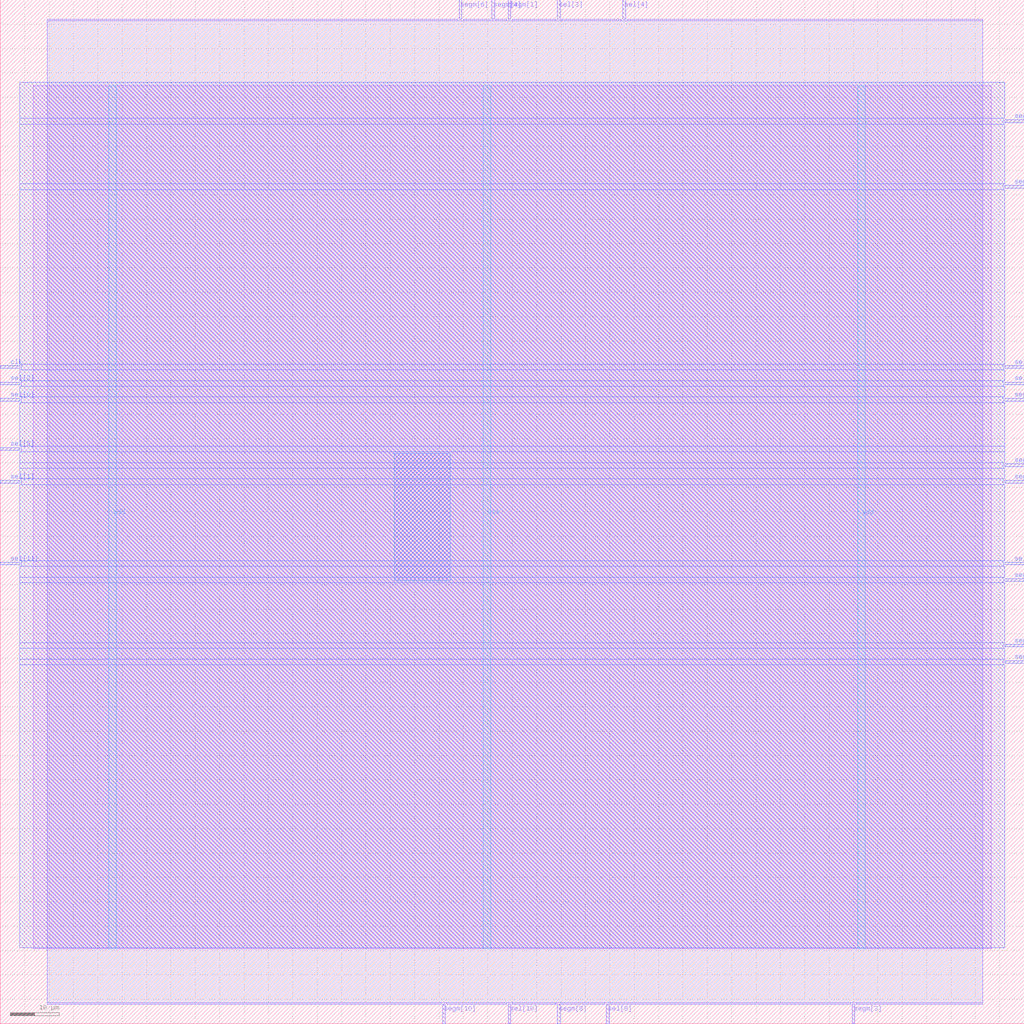
<source format=lef>
VERSION 5.7 ;
  NOWIREEXTENSIONATPIN ON ;
  DIVIDERCHAR "/" ;
  BUSBITCHARS "[]" ;
MACRO ita30
  CLASS BLOCK ;
  FOREIGN ita30 ;
  ORIGIN 0.000 0.000 ;
  SIZE 210.000 BY 210.000 ;
  PIN clk
    DIRECTION INPUT ;
    USE SIGNAL ;
    ANTENNAGATEAREA 4.738000 ;
    ANTENNADIFFAREA 0.410400 ;
    PORT
      LAYER Metal3 ;
        RECT 0.000 134.400 4.000 134.960 ;
    END
  END clk
  PIN segm[0]
    DIRECTION OUTPUT TRISTATE ;
    USE SIGNAL ;
    ANTENNADIFFAREA 0.360800 ;
    PORT
      LAYER Metal3 ;
        RECT 206.000 184.800 210.000 185.360 ;
    END
  END segm[0]
  PIN segm[10]
    DIRECTION OUTPUT TRISTATE ;
    USE SIGNAL ;
    ANTENNADIFFAREA 4.731200 ;
    PORT
      LAYER Metal2 ;
        RECT 90.720 0.000 91.280 4.000 ;
    END
  END segm[10]
  PIN segm[11]
    DIRECTION OUTPUT TRISTATE ;
    USE SIGNAL ;
    ANTENNADIFFAREA 4.731200 ;
    PORT
      LAYER Metal3 ;
        RECT 206.000 77.280 210.000 77.840 ;
    END
  END segm[11]
  PIN segm[12]
    DIRECTION OUTPUT TRISTATE ;
    USE SIGNAL ;
    ANTENNADIFFAREA 4.731200 ;
    PORT
      LAYER Metal3 ;
        RECT 206.000 73.920 210.000 74.480 ;
    END
  END segm[12]
  PIN segm[13]
    DIRECTION OUTPUT TRISTATE ;
    USE SIGNAL ;
    ANTENNADIFFAREA 4.731200 ;
    PORT
      LAYER Metal3 ;
        RECT 206.000 114.240 210.000 114.800 ;
    END
  END segm[13]
  PIN segm[1]
    DIRECTION OUTPUT TRISTATE ;
    USE SIGNAL ;
    ANTENNADIFFAREA 4.731200 ;
    PORT
      LAYER Metal2 ;
        RECT 104.160 206.000 104.720 210.000 ;
    END
  END segm[1]
  PIN segm[2]
    DIRECTION OUTPUT TRISTATE ;
    USE SIGNAL ;
    ANTENNADIFFAREA 4.731200 ;
    PORT
      LAYER Metal3 ;
        RECT 206.000 127.680 210.000 128.240 ;
    END
  END segm[2]
  PIN segm[3]
    DIRECTION OUTPUT TRISTATE ;
    USE SIGNAL ;
    ANTENNADIFFAREA 0.360800 ;
    PORT
      LAYER Metal2 ;
        RECT 174.720 0.000 175.280 4.000 ;
    END
  END segm[3]
  PIN segm[4]
    DIRECTION OUTPUT TRISTATE ;
    USE SIGNAL ;
    ANTENNADIFFAREA 4.731200 ;
    PORT
      LAYER Metal2 ;
        RECT 100.800 206.000 101.360 210.000 ;
    END
  END segm[4]
  PIN segm[5]
    DIRECTION OUTPUT TRISTATE ;
    USE SIGNAL ;
    ANTENNADIFFAREA 0.360800 ;
    PORT
      LAYER Metal3 ;
        RECT 206.000 171.360 210.000 171.920 ;
    END
  END segm[5]
  PIN segm[6]
    DIRECTION OUTPUT TRISTATE ;
    USE SIGNAL ;
    ANTENNADIFFAREA 4.731200 ;
    PORT
      LAYER Metal2 ;
        RECT 94.080 206.000 94.640 210.000 ;
    END
  END segm[6]
  PIN segm[7]
    DIRECTION OUTPUT TRISTATE ;
    USE SIGNAL ;
    ANTENNADIFFAREA 4.731200 ;
    PORT
      LAYER Metal3 ;
        RECT 206.000 90.720 210.000 91.280 ;
    END
  END segm[7]
  PIN segm[8]
    DIRECTION OUTPUT TRISTATE ;
    USE SIGNAL ;
    ANTENNADIFFAREA 4.731200 ;
    PORT
      LAYER Metal2 ;
        RECT 114.240 0.000 114.800 4.000 ;
    END
  END segm[8]
  PIN segm[9]
    DIRECTION OUTPUT TRISTATE ;
    USE SIGNAL ;
    ANTENNADIFFAREA 4.731200 ;
    PORT
      LAYER Metal3 ;
        RECT 206.000 110.880 210.000 111.440 ;
    END
  END segm[9]
  PIN sel[0]
    DIRECTION OUTPUT TRISTATE ;
    USE SIGNAL ;
    ANTENNADIFFAREA 4.731200 ;
    PORT
      LAYER Metal3 ;
        RECT 0.000 127.680 4.000 128.240 ;
    END
  END sel[0]
  PIN sel[10]
    DIRECTION OUTPUT TRISTATE ;
    USE SIGNAL ;
    ANTENNADIFFAREA 4.731200 ;
    PORT
      LAYER Metal2 ;
        RECT 104.160 0.000 104.720 4.000 ;
    END
  END sel[10]
  PIN sel[11]
    DIRECTION OUTPUT TRISTATE ;
    USE SIGNAL ;
    ANTENNADIFFAREA 4.731200 ;
    PORT
      LAYER Metal3 ;
        RECT 0.000 94.080 4.000 94.640 ;
    END
  END sel[11]
  PIN sel[1]
    DIRECTION OUTPUT TRISTATE ;
    USE SIGNAL ;
    ANTENNADIFFAREA 4.731200 ;
    PORT
      LAYER Metal3 ;
        RECT 0.000 110.880 4.000 111.440 ;
    END
  END sel[1]
  PIN sel[2]
    DIRECTION OUTPUT TRISTATE ;
    USE SIGNAL ;
    ANTENNADIFFAREA 4.731200 ;
    PORT
      LAYER Metal3 ;
        RECT 0.000 131.040 4.000 131.600 ;
    END
  END sel[2]
  PIN sel[3]
    DIRECTION OUTPUT TRISTATE ;
    USE SIGNAL ;
    ANTENNADIFFAREA 4.731200 ;
    PORT
      LAYER Metal2 ;
        RECT 114.240 206.000 114.800 210.000 ;
    END
  END sel[3]
  PIN sel[4]
    DIRECTION OUTPUT TRISTATE ;
    USE SIGNAL ;
    ANTENNADIFFAREA 4.731200 ;
    PORT
      LAYER Metal2 ;
        RECT 127.680 206.000 128.240 210.000 ;
    END
  END sel[4]
  PIN sel[5]
    DIRECTION OUTPUT TRISTATE ;
    USE SIGNAL ;
    ANTENNADIFFAREA 4.731200 ;
    PORT
      LAYER Metal3 ;
        RECT 0.000 117.600 4.000 118.160 ;
    END
  END sel[5]
  PIN sel[6]
    DIRECTION OUTPUT TRISTATE ;
    USE SIGNAL ;
    ANTENNADIFFAREA 4.731200 ;
    PORT
      LAYER Metal3 ;
        RECT 206.000 131.040 210.000 131.600 ;
    END
  END sel[6]
  PIN sel[7]
    DIRECTION OUTPUT TRISTATE ;
    USE SIGNAL ;
    ANTENNADIFFAREA 4.731200 ;
    PORT
      LAYER Metal3 ;
        RECT 206.000 134.400 210.000 134.960 ;
    END
  END sel[7]
  PIN sel[8]
    DIRECTION OUTPUT TRISTATE ;
    USE SIGNAL ;
    ANTENNADIFFAREA 4.731200 ;
    PORT
      LAYER Metal2 ;
        RECT 124.320 0.000 124.880 4.000 ;
    END
  END sel[8]
  PIN sel[9]
    DIRECTION OUTPUT TRISTATE ;
    USE SIGNAL ;
    ANTENNADIFFAREA 4.731200 ;
    PORT
      LAYER Metal3 ;
        RECT 206.000 94.080 210.000 94.640 ;
    END
  END sel[9]
  PIN vdd
    DIRECTION INOUT ;
    USE POWER ;
    PORT
      LAYER Metal4 ;
        RECT 22.240 15.380 23.840 192.380 ;
    END
    PORT
      LAYER Metal4 ;
        RECT 175.840 15.380 177.440 192.380 ;
    END
  END vdd
  PIN vss
    DIRECTION INOUT ;
    USE GROUND ;
    PORT
      LAYER Metal4 ;
        RECT 99.040 15.380 100.640 192.380 ;
    END
  END vss
  OBS
      LAYER Metal1 ;
        RECT 6.720 15.380 203.280 192.380 ;
      LAYER Metal2 ;
        RECT 9.660 205.700 93.780 206.000 ;
        RECT 94.940 205.700 100.500 206.000 ;
        RECT 101.660 205.700 103.860 206.000 ;
        RECT 105.020 205.700 113.940 206.000 ;
        RECT 115.100 205.700 127.380 206.000 ;
        RECT 128.540 205.700 201.460 206.000 ;
        RECT 9.660 4.300 201.460 205.700 ;
        RECT 9.660 4.000 90.420 4.300 ;
        RECT 91.580 4.000 103.860 4.300 ;
        RECT 105.020 4.000 113.940 4.300 ;
        RECT 115.100 4.000 124.020 4.300 ;
        RECT 125.180 4.000 174.420 4.300 ;
        RECT 175.580 4.000 201.460 4.300 ;
      LAYER Metal3 ;
        RECT 4.000 185.660 206.000 193.060 ;
        RECT 4.000 184.500 205.700 185.660 ;
        RECT 4.000 172.220 206.000 184.500 ;
        RECT 4.000 171.060 205.700 172.220 ;
        RECT 4.000 135.260 206.000 171.060 ;
        RECT 4.300 134.100 205.700 135.260 ;
        RECT 4.000 131.900 206.000 134.100 ;
        RECT 4.300 130.740 205.700 131.900 ;
        RECT 4.000 128.540 206.000 130.740 ;
        RECT 4.300 127.380 205.700 128.540 ;
        RECT 4.000 118.460 206.000 127.380 ;
        RECT 4.300 117.300 206.000 118.460 ;
        RECT 4.000 115.100 206.000 117.300 ;
        RECT 4.000 113.940 205.700 115.100 ;
        RECT 4.000 111.740 206.000 113.940 ;
        RECT 4.300 110.580 205.700 111.740 ;
        RECT 4.000 94.940 206.000 110.580 ;
        RECT 4.300 93.780 205.700 94.940 ;
        RECT 4.000 91.580 206.000 93.780 ;
        RECT 4.000 90.420 205.700 91.580 ;
        RECT 4.000 78.140 206.000 90.420 ;
        RECT 4.000 76.980 205.700 78.140 ;
        RECT 4.000 74.780 206.000 76.980 ;
        RECT 4.000 73.620 205.700 74.780 ;
        RECT 4.000 15.540 206.000 73.620 ;
      LAYER Metal4 ;
        RECT 80.780 90.810 92.260 116.950 ;
  END
END ita30
END LIBRARY


</source>
